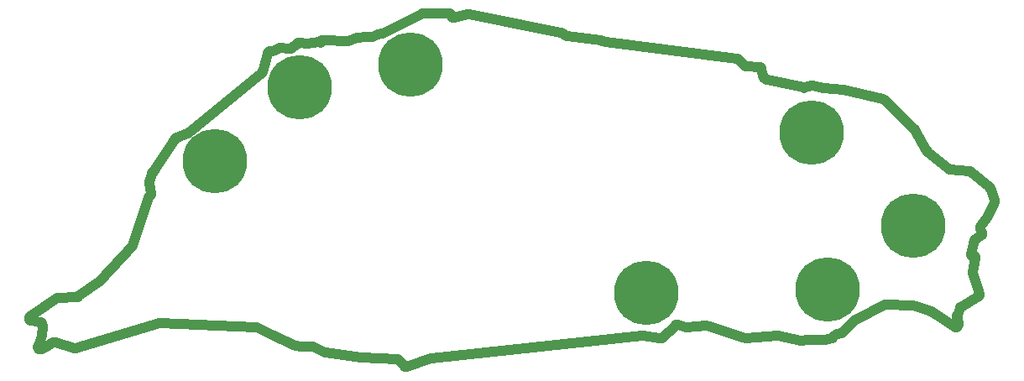
<source format=gtp>
G75*
%MOIN*%
%OFA0B0*%
%FSLAX25Y25*%
%IPPOS*%
%LPD*%
%AMOC8*
5,1,8,0,0,1.08239X$1,22.5*
%
%ADD10C,0.03937*%
%ADD11C,0.01600*%
%ADD12C,0.25591*%
D10*
X0010938Y0035616D02*
X0012395Y0036356D01*
X0015428Y0038243D01*
X0016238Y0038353D02*
X0023951Y0036090D01*
X0024515Y0036091D02*
X0057713Y0045895D01*
X0058038Y0045935D02*
X0095830Y0044378D01*
X0096227Y0044278D02*
X0102228Y0041358D01*
X0111809Y0036942D01*
X0112081Y0036861D02*
X0113708Y0036619D01*
X0118351Y0036707D01*
X0118819Y0036601D02*
X0123321Y0034334D01*
X0123629Y0034238D02*
X0137805Y0032210D01*
X0137908Y0032200D02*
X0151907Y0031666D01*
X0152600Y0031348D02*
X0154926Y0028854D01*
X0154927Y0028854D02*
X0154970Y0028811D01*
X0155015Y0028770D01*
X0155063Y0028732D01*
X0155113Y0028697D01*
X0155166Y0028666D01*
X0155220Y0028637D01*
X0155275Y0028612D01*
X0155333Y0028590D01*
X0155391Y0028572D01*
X0155450Y0028558D01*
X0155510Y0028547D01*
X0155571Y0028540D01*
X0155632Y0028536D01*
X0155693Y0028537D01*
X0155754Y0028541D01*
X0155815Y0028548D01*
X0155875Y0028560D01*
X0155934Y0028575D01*
X0155992Y0028593D01*
X0155992Y0028594D02*
X0165462Y0031949D01*
X0165688Y0032001D02*
X0249477Y0041090D01*
X0249763Y0041080D02*
X0256474Y0039869D01*
X0257327Y0040115D02*
X0262684Y0045024D01*
X0263656Y0045242D02*
X0266788Y0044269D01*
X0267172Y0044227D02*
X0274544Y0044867D01*
X0274927Y0044825D02*
X0290420Y0040022D01*
X0290801Y0039981D02*
X0302917Y0041015D01*
X0303214Y0040996D02*
X0312530Y0038973D01*
X0312727Y0038873D02*
X0314828Y0039139D01*
X0314942Y0039147D02*
X0321732Y0039221D01*
X0321986Y0039256D02*
X0324632Y0039981D01*
X0325128Y0040295D02*
X0325370Y0040578D01*
X0325512Y0040714D02*
X0326727Y0041670D01*
X0326726Y0041670D02*
X0326739Y0041640D01*
X0326755Y0041611D01*
X0326775Y0041585D01*
X0326797Y0041561D01*
X0326822Y0041539D01*
X0326849Y0041521D01*
X0326878Y0041506D01*
X0326909Y0041494D01*
X0326940Y0041486D01*
X0326973Y0041481D01*
X0327006Y0041480D01*
X0327038Y0041483D01*
X0327071Y0041490D01*
X0328395Y0041840D01*
X0328838Y0042091D02*
X0334083Y0047210D01*
X0334318Y0047380D02*
X0345641Y0053316D01*
X0346136Y0053430D02*
X0356666Y0053100D01*
X0356959Y0053046D02*
X0364414Y0050483D01*
X0364644Y0050370D02*
X0373362Y0044565D01*
X0373363Y0044565D02*
X0373415Y0044532D01*
X0373469Y0044503D01*
X0373524Y0044477D01*
X0373581Y0044455D01*
X0373639Y0044436D01*
X0373699Y0044421D01*
X0373759Y0044410D01*
X0373820Y0044402D01*
X0373881Y0044398D01*
X0373942Y0044397D01*
X0374003Y0044401D01*
X0374064Y0044408D01*
X0374124Y0044419D01*
X0374184Y0044433D01*
X0374242Y0044451D01*
X0374299Y0044473D01*
X0374355Y0044498D01*
X0374409Y0044527D01*
X0374462Y0044558D01*
X0374512Y0044593D01*
X0374560Y0044631D01*
X0374606Y0044672D01*
X0374649Y0044715D01*
X0374689Y0044761D01*
X0374727Y0044810D01*
X0374761Y0044861D01*
X0374792Y0044913D01*
X0374820Y0044968D01*
X0374845Y0045024D01*
X0374866Y0045081D01*
X0374883Y0045140D01*
X0374993Y0045555D01*
X0375008Y0046005D02*
X0374506Y0048562D01*
X0374546Y0049091D02*
X0375540Y0051873D01*
X0375963Y0052391D02*
X0382873Y0056592D01*
X0382924Y0056624D01*
X0382972Y0056660D01*
X0383018Y0056699D01*
X0383062Y0056740D01*
X0383103Y0056784D01*
X0383142Y0056830D01*
X0383178Y0056879D01*
X0383210Y0056929D01*
X0383240Y0056982D01*
X0383266Y0057036D01*
X0383289Y0057091D01*
X0383309Y0057148D01*
X0383325Y0057206D01*
X0383338Y0057265D01*
X0383347Y0057325D01*
X0383352Y0057385D01*
X0383354Y0057445D01*
X0383352Y0057505D01*
X0383347Y0057565D01*
X0383338Y0057624D01*
X0383325Y0057683D01*
X0383309Y0057741D01*
X0383309Y0057742D02*
X0380792Y0065888D01*
X0380763Y0066359D02*
X0381702Y0071624D01*
X0381701Y0071623D02*
X0381711Y0071686D01*
X0381716Y0071748D01*
X0381717Y0071811D01*
X0381714Y0071873D01*
X0381708Y0071936D01*
X0381697Y0071998D01*
X0381683Y0072059D01*
X0381665Y0072119D01*
X0381643Y0072177D01*
X0381617Y0072235D01*
X0381588Y0072290D01*
X0381555Y0072344D01*
X0381520Y0072395D01*
X0381481Y0072445D01*
X0381439Y0072491D01*
X0381394Y0072535D01*
X0381346Y0072576D01*
X0381296Y0072614D01*
X0381244Y0072649D01*
X0381190Y0072680D01*
X0381134Y0072708D01*
X0381076Y0072732D01*
X0381017Y0072753D01*
X0380956Y0072770D01*
X0380895Y0072783D01*
X0380833Y0072792D01*
X0380770Y0072798D01*
X0380708Y0072799D01*
X0380645Y0072796D01*
X0380583Y0072790D01*
X0380521Y0072780D01*
X0380521Y0072779D02*
X0380486Y0072774D01*
X0380450Y0072772D01*
X0380414Y0072774D01*
X0380378Y0072780D01*
X0380343Y0072789D01*
X0380309Y0072801D01*
X0380277Y0072817D01*
X0380246Y0072836D01*
X0380217Y0072858D01*
X0380191Y0072883D01*
X0380168Y0072911D01*
X0380147Y0072940D01*
X0380129Y0072972D01*
X0380115Y0073005D01*
X0380104Y0073039D01*
X0380096Y0073074D01*
X0380093Y0073110D01*
X0380092Y0073146D01*
X0380096Y0073182D01*
X0380103Y0073218D01*
X0381512Y0078872D01*
X0381920Y0079457D02*
X0383965Y0080846D01*
X0384015Y0080882D01*
X0384063Y0080922D01*
X0384109Y0080964D01*
X0384151Y0081010D01*
X0384191Y0081058D01*
X0384228Y0081108D01*
X0384262Y0081160D01*
X0384292Y0081215D01*
X0384319Y0081271D01*
X0384342Y0081329D01*
X0384361Y0081388D01*
X0384377Y0081448D01*
X0384389Y0081509D01*
X0384398Y0081571D01*
X0384402Y0081633D01*
X0384403Y0081695D01*
X0384399Y0081757D01*
X0384392Y0081819D01*
X0384381Y0081880D01*
X0384366Y0081941D01*
X0384348Y0082000D01*
X0384326Y0082058D01*
X0384300Y0082115D01*
X0383690Y0083353D01*
X0383665Y0083409D01*
X0383642Y0083467D01*
X0383624Y0083525D01*
X0383609Y0083585D01*
X0383598Y0083646D01*
X0383591Y0083707D01*
X0383587Y0083769D01*
X0383588Y0083830D01*
X0383592Y0083892D01*
X0383600Y0083953D01*
X0383611Y0084013D01*
X0383626Y0084073D01*
X0383645Y0084132D01*
X0383668Y0084189D01*
X0383694Y0084245D01*
X0383723Y0084299D01*
X0383756Y0084351D01*
X0383792Y0084401D01*
X0383792Y0084402D02*
X0386748Y0088278D01*
X0389425Y0094058D01*
X0389449Y0094843D02*
X0387598Y0099573D01*
X0387297Y0099985D02*
X0379945Y0105943D01*
X0379419Y0106160D02*
X0371652Y0106974D01*
X0371131Y0107188D02*
X0362749Y0113905D01*
X0362506Y0114189D02*
X0357684Y0122633D01*
X0357516Y0122850D02*
X0345598Y0134565D01*
X0345139Y0134822D02*
X0329479Y0138722D01*
X0329289Y0138750D02*
X0321570Y0139150D01*
X0321247Y0139222D02*
X0319932Y0139754D01*
X0317071Y0140226D01*
X0316643Y0140203D02*
X0314057Y0139492D01*
X0313573Y0139481D02*
X0298931Y0142758D01*
X0298575Y0142914D02*
X0297882Y0143400D01*
X0297493Y0143948D02*
X0296622Y0147036D01*
X0296621Y0147036D02*
X0296603Y0147094D01*
X0296582Y0147151D01*
X0296557Y0147206D01*
X0296528Y0147259D01*
X0296497Y0147311D01*
X0296462Y0147361D01*
X0296425Y0147408D01*
X0296384Y0147454D01*
X0296341Y0147496D01*
X0296296Y0147536D01*
X0296248Y0147573D01*
X0296198Y0147607D01*
X0296146Y0147639D01*
X0296092Y0147666D01*
X0296037Y0147691D01*
X0295980Y0147712D01*
X0295922Y0147730D01*
X0295863Y0147744D01*
X0295803Y0147755D01*
X0295743Y0147761D01*
X0295683Y0147765D01*
X0291046Y0147874D01*
X0290492Y0148057D02*
X0289356Y0148861D01*
X0287648Y0150674D01*
X0287050Y0150980D02*
X0234996Y0157775D01*
X0233808Y0158022D01*
X0233356Y0158114D01*
X0233111Y0158155D01*
X0219808Y0159840D01*
X0219463Y0159950D02*
X0217229Y0161142D01*
X0216957Y0161240D02*
X0180604Y0168610D01*
X0180174Y0168602D02*
X0174831Y0167331D01*
X0174832Y0167331D02*
X0174772Y0167319D01*
X0174711Y0167310D01*
X0174651Y0167305D01*
X0174590Y0167304D01*
X0174529Y0167307D01*
X0174468Y0167313D01*
X0174408Y0167323D01*
X0174349Y0167336D01*
X0174290Y0167353D01*
X0174233Y0167374D01*
X0174177Y0167398D01*
X0174122Y0167426D01*
X0174070Y0167456D01*
X0174019Y0167490D01*
X0173970Y0167527D01*
X0173924Y0167567D01*
X0173881Y0167609D01*
X0173840Y0167655D01*
X0173801Y0167702D01*
X0173766Y0167752D01*
X0173734Y0167804D01*
X0173705Y0167857D01*
X0173680Y0167913D01*
X0173658Y0167970D01*
X0173639Y0168028D01*
X0173639Y0168027D02*
X0173614Y0168114D01*
X0173613Y0168114D02*
X0173594Y0168173D01*
X0173572Y0168230D01*
X0173546Y0168286D01*
X0173517Y0168340D01*
X0173484Y0168392D01*
X0173449Y0168442D01*
X0173410Y0168490D01*
X0173369Y0168536D01*
X0173324Y0168578D01*
X0173278Y0168618D01*
X0173228Y0168655D01*
X0173177Y0168689D01*
X0173124Y0168720D01*
X0173069Y0168747D01*
X0173012Y0168771D01*
X0172954Y0168791D01*
X0172895Y0168808D01*
X0172835Y0168821D01*
X0172774Y0168831D01*
X0172713Y0168836D01*
X0172652Y0168838D01*
X0162111Y0168833D01*
X0161659Y0168725D02*
X0146351Y0160964D01*
X0145955Y0160858D02*
X0144207Y0160760D01*
X0142460Y0159653D01*
X0141901Y0159498D02*
X0140845Y0159522D01*
X0139613Y0159608D01*
X0136227Y0159336D01*
X0135930Y0159265D02*
X0132861Y0158014D01*
X0132429Y0157941D02*
X0122974Y0158455D01*
X0122177Y0158127D02*
X0121550Y0157432D01*
X0121193Y0157505D01*
X0120890Y0157519D02*
X0116351Y0157047D01*
X0113221Y0157191D01*
X0112639Y0157036D02*
X0111724Y0156454D01*
X0110759Y0155660D01*
X0110737Y0155642D02*
X0109907Y0154999D01*
X0109907Y0154998D02*
X0109904Y0154997D01*
X0109900Y0154997D01*
X0109901Y0154998D02*
X0109233Y0154928D01*
X0105362Y0155130D01*
X0104906Y0155046D02*
X0102773Y0154104D01*
X0102577Y0154041D02*
X0101480Y0153807D01*
X0101421Y0153793D01*
X0101364Y0153775D01*
X0101308Y0153754D01*
X0101253Y0153730D01*
X0101200Y0153702D01*
X0101149Y0153671D01*
X0101100Y0153638D01*
X0101052Y0153601D01*
X0101007Y0153561D01*
X0100965Y0153519D01*
X0100924Y0153475D01*
X0100887Y0153428D01*
X0100853Y0153379D01*
X0100821Y0153328D01*
X0100793Y0153275D01*
X0100768Y0153221D01*
X0100746Y0153165D01*
X0100728Y0153108D01*
X0098596Y0145773D01*
X0098270Y0145280D02*
X0069063Y0121311D01*
X0068767Y0121143D02*
X0064550Y0119627D01*
X0064058Y0119243D02*
X0054898Y0105600D01*
X0054764Y0105306D02*
X0053811Y0101814D01*
X0053792Y0101370D02*
X0054468Y0097687D01*
X0054201Y0096808D02*
X0053556Y0096147D01*
X0053322Y0095761D02*
X0047177Y0077080D01*
X0046965Y0076717D02*
X0034186Y0062741D01*
X0034022Y0062597D02*
X0025306Y0056490D01*
X0024781Y0056311D02*
X0017594Y0055963D01*
X0017087Y0055796D02*
X0006467Y0048693D01*
X0006417Y0048657D01*
X0006369Y0048618D01*
X0006323Y0048576D01*
X0006280Y0048531D01*
X0006240Y0048484D01*
X0006203Y0048435D01*
X0006169Y0048383D01*
X0006139Y0048329D01*
X0006111Y0048273D01*
X0006088Y0048216D01*
X0006068Y0048157D01*
X0006051Y0048098D01*
X0006038Y0048037D01*
X0006029Y0047976D01*
X0006024Y0047914D01*
X0006023Y0047852D01*
X0006026Y0047790D01*
X0006032Y0047729D01*
X0006042Y0047667D01*
X0006056Y0047607D01*
X0006074Y0047548D01*
X0006095Y0047490D01*
X0006120Y0047433D01*
X0006148Y0047378D01*
X0006180Y0047325D01*
X0006215Y0047273D01*
X0006253Y0047224D01*
X0006294Y0047178D01*
X0006337Y0047134D01*
X0006384Y0047093D01*
X0006433Y0047055D01*
X0006484Y0047020D01*
X0006537Y0046988D01*
X0006592Y0046960D01*
X0006649Y0046935D01*
X0006707Y0046913D01*
X0006766Y0046896D01*
X0006826Y0046882D01*
X0006887Y0046871D01*
X0010068Y0046436D01*
X0010126Y0046426D01*
X0010185Y0046413D01*
X0010242Y0046396D01*
X0010298Y0046376D01*
X0010353Y0046352D01*
X0010406Y0046325D01*
X0010458Y0046296D01*
X0010508Y0046263D01*
X0010555Y0046227D01*
X0010601Y0046188D01*
X0010644Y0046147D01*
X0010685Y0046103D01*
X0010723Y0046057D01*
X0010758Y0046009D01*
X0010790Y0045959D01*
X0010819Y0045907D01*
X0010845Y0045853D01*
X0010868Y0045798D01*
X0011232Y0044830D01*
X0011292Y0044375D02*
X0010967Y0041214D01*
X0010921Y0041002D02*
X0009536Y0036822D01*
X0009518Y0036762D01*
X0009504Y0036702D01*
X0009494Y0036640D01*
X0009488Y0036579D01*
X0009485Y0036517D01*
X0009486Y0036454D01*
X0009492Y0036393D01*
X0009501Y0036331D01*
X0009513Y0036270D01*
X0009530Y0036210D01*
X0009550Y0036152D01*
X0009574Y0036094D01*
X0009601Y0036039D01*
X0009632Y0035985D01*
X0009666Y0035933D01*
X0009704Y0035883D01*
X0009744Y0035836D01*
X0009787Y0035791D01*
X0009833Y0035749D01*
X0009881Y0035710D01*
X0009932Y0035674D01*
X0009985Y0035641D01*
X0010039Y0035612D01*
X0010096Y0035586D01*
X0010154Y0035564D01*
X0010213Y0035545D01*
X0010273Y0035530D01*
X0010334Y0035518D01*
X0010396Y0035511D01*
X0010458Y0035507D01*
X0010520Y0035508D01*
X0010582Y0035512D01*
X0010644Y0035520D01*
X0010705Y0035531D01*
X0010765Y0035547D01*
X0010824Y0035566D01*
X0010882Y0035589D01*
X0010938Y0035615D01*
X0015428Y0038243D02*
X0015480Y0038273D01*
X0015533Y0038300D01*
X0015589Y0038324D01*
X0015645Y0038344D01*
X0015703Y0038361D01*
X0015762Y0038375D01*
X0015821Y0038385D01*
X0015881Y0038391D01*
X0015941Y0038394D01*
X0016001Y0038393D01*
X0016061Y0038388D01*
X0016120Y0038380D01*
X0016179Y0038369D01*
X0016238Y0038354D01*
X0010921Y0041002D02*
X0010937Y0041054D01*
X0010950Y0041107D01*
X0010960Y0041161D01*
X0010967Y0041215D01*
X0011292Y0044376D02*
X0011296Y0044434D01*
X0011297Y0044491D01*
X0011294Y0044549D01*
X0011289Y0044607D01*
X0011280Y0044664D01*
X0011267Y0044720D01*
X0011252Y0044776D01*
X0011233Y0044831D01*
X0023950Y0036090D02*
X0024006Y0036076D01*
X0024062Y0036065D01*
X0024119Y0036056D01*
X0024176Y0036052D01*
X0024233Y0036050D01*
X0024290Y0036052D01*
X0024347Y0036057D01*
X0024404Y0036065D01*
X0024460Y0036076D01*
X0024515Y0036091D01*
X0057713Y0045895D02*
X0057766Y0045909D01*
X0057819Y0045920D01*
X0057873Y0045928D01*
X0057928Y0045934D01*
X0057982Y0045936D01*
X0058037Y0045935D01*
X0025306Y0056490D02*
X0025253Y0056456D01*
X0025199Y0056425D01*
X0025143Y0056397D01*
X0025085Y0056373D01*
X0025026Y0056353D01*
X0024966Y0056337D01*
X0024904Y0056324D01*
X0024843Y0056315D01*
X0024780Y0056310D01*
X0017595Y0055964D02*
X0017535Y0055959D01*
X0017475Y0055951D01*
X0017416Y0055939D01*
X0017358Y0055924D01*
X0017301Y0055905D01*
X0017245Y0055882D01*
X0017191Y0055857D01*
X0017138Y0055828D01*
X0017087Y0055796D01*
X0034022Y0062597D02*
X0034066Y0062630D01*
X0034108Y0062665D01*
X0034148Y0062702D01*
X0034186Y0062741D01*
X0046965Y0076717D02*
X0047004Y0076763D01*
X0047041Y0076811D01*
X0047075Y0076861D01*
X0047105Y0076913D01*
X0047132Y0076967D01*
X0047156Y0077023D01*
X0047177Y0077080D01*
X0053322Y0095761D02*
X0053341Y0095815D01*
X0053364Y0095867D01*
X0053389Y0095918D01*
X0053417Y0095968D01*
X0053448Y0096015D01*
X0053481Y0096061D01*
X0053517Y0096105D01*
X0053556Y0096147D01*
X0054201Y0096808D02*
X0054241Y0096852D01*
X0054279Y0096898D01*
X0054314Y0096946D01*
X0054346Y0096997D01*
X0054375Y0097049D01*
X0054400Y0097103D01*
X0054423Y0097158D01*
X0054442Y0097215D01*
X0054457Y0097272D01*
X0054470Y0097331D01*
X0054478Y0097390D01*
X0054483Y0097449D01*
X0054485Y0097509D01*
X0054483Y0097568D01*
X0054478Y0097628D01*
X0054469Y0097687D01*
X0053791Y0101370D02*
X0053783Y0101426D01*
X0053777Y0101481D01*
X0053775Y0101537D01*
X0053776Y0101593D01*
X0053780Y0101649D01*
X0053787Y0101705D01*
X0053797Y0101760D01*
X0053810Y0101814D01*
X0054764Y0105305D02*
X0054780Y0105357D01*
X0054798Y0105408D01*
X0054820Y0105458D01*
X0054843Y0105506D01*
X0054870Y0105554D01*
X0054899Y0105599D01*
X0064058Y0119243D02*
X0064091Y0119290D01*
X0064127Y0119335D01*
X0064166Y0119378D01*
X0064207Y0119418D01*
X0064251Y0119456D01*
X0064296Y0119492D01*
X0064343Y0119525D01*
X0064393Y0119555D01*
X0064444Y0119582D01*
X0064496Y0119606D01*
X0064550Y0119627D01*
X0068767Y0121143D02*
X0068820Y0121164D01*
X0068872Y0121188D01*
X0068923Y0121214D01*
X0068971Y0121244D01*
X0069018Y0121276D01*
X0069063Y0121311D01*
X0098270Y0145280D02*
X0098316Y0145319D01*
X0098358Y0145362D01*
X0098399Y0145406D01*
X0098436Y0145453D01*
X0098471Y0145502D01*
X0098502Y0145553D01*
X0098531Y0145606D01*
X0098556Y0145661D01*
X0098578Y0145717D01*
X0098596Y0145774D01*
X0102577Y0154041D02*
X0102627Y0154053D01*
X0102677Y0154068D01*
X0102725Y0154085D01*
X0102773Y0154104D01*
X0104906Y0155046D02*
X0104960Y0155068D01*
X0105015Y0155087D01*
X0105072Y0155102D01*
X0105129Y0155115D01*
X0105187Y0155123D01*
X0105245Y0155129D01*
X0105304Y0155131D01*
X0105362Y0155130D01*
X0110737Y0155643D02*
X0110759Y0155661D01*
X0112638Y0157036D02*
X0112691Y0157067D01*
X0112746Y0157095D01*
X0112802Y0157120D01*
X0112859Y0157141D01*
X0112918Y0157158D01*
X0112977Y0157172D01*
X0113038Y0157183D01*
X0113099Y0157189D01*
X0113160Y0157192D01*
X0113221Y0157191D01*
X0120890Y0157520D02*
X0120950Y0157524D01*
X0121011Y0157525D01*
X0121072Y0157522D01*
X0121132Y0157515D01*
X0121192Y0157505D01*
X0122177Y0158127D02*
X0122219Y0158170D01*
X0122262Y0158210D01*
X0122308Y0158248D01*
X0122356Y0158283D01*
X0122406Y0158315D01*
X0122458Y0158344D01*
X0122511Y0158370D01*
X0122566Y0158392D01*
X0122622Y0158412D01*
X0122680Y0158428D01*
X0122738Y0158440D01*
X0122796Y0158449D01*
X0122856Y0158455D01*
X0122915Y0158457D01*
X0122974Y0158456D01*
X0132430Y0157941D02*
X0132485Y0157940D01*
X0132540Y0157942D01*
X0132595Y0157946D01*
X0132650Y0157954D01*
X0132704Y0157964D01*
X0132757Y0157978D01*
X0132810Y0157995D01*
X0132862Y0158014D01*
X0135929Y0159266D02*
X0135987Y0159287D01*
X0136046Y0159305D01*
X0136105Y0159319D01*
X0136166Y0159330D01*
X0136227Y0159337D01*
X0141902Y0159498D02*
X0141961Y0159499D01*
X0142019Y0159502D01*
X0142078Y0159510D01*
X0142136Y0159520D01*
X0142193Y0159534D01*
X0142249Y0159552D01*
X0142304Y0159573D01*
X0142358Y0159596D01*
X0142410Y0159623D01*
X0142460Y0159653D01*
X0145955Y0160858D02*
X0146013Y0160863D01*
X0146072Y0160871D01*
X0146130Y0160883D01*
X0146187Y0160898D01*
X0146243Y0160917D01*
X0146298Y0160939D01*
X0146351Y0160964D01*
X0161659Y0168725D02*
X0161712Y0168750D01*
X0161766Y0168772D01*
X0161822Y0168790D01*
X0161878Y0168806D01*
X0161936Y0168818D01*
X0161994Y0168826D01*
X0162052Y0168831D01*
X0162111Y0168833D01*
X0180174Y0168603D02*
X0180235Y0168615D01*
X0180296Y0168624D01*
X0180358Y0168629D01*
X0180420Y0168630D01*
X0180482Y0168627D01*
X0180544Y0168620D01*
X0180605Y0168610D01*
X0216957Y0161240D02*
X0217013Y0161227D01*
X0217069Y0161210D01*
X0217123Y0161191D01*
X0217177Y0161168D01*
X0217229Y0161142D01*
X0219462Y0159950D02*
X0219517Y0159923D01*
X0219573Y0159899D01*
X0219630Y0159879D01*
X0219688Y0159862D01*
X0219747Y0159849D01*
X0219807Y0159840D01*
X0287049Y0150980D02*
X0287111Y0150970D01*
X0287172Y0150956D01*
X0287232Y0150938D01*
X0287290Y0150917D01*
X0287347Y0150892D01*
X0287403Y0150864D01*
X0287456Y0150832D01*
X0287508Y0150797D01*
X0287557Y0150759D01*
X0287604Y0150718D01*
X0287648Y0150674D01*
X0290491Y0148058D02*
X0290541Y0148025D01*
X0290592Y0147995D01*
X0290645Y0147968D01*
X0290699Y0147945D01*
X0290755Y0147925D01*
X0290812Y0147908D01*
X0290869Y0147894D01*
X0290927Y0147884D01*
X0290986Y0147877D01*
X0291045Y0147874D01*
X0297493Y0143948D02*
X0297511Y0143888D01*
X0297534Y0143830D01*
X0297560Y0143774D01*
X0297589Y0143719D01*
X0297622Y0143666D01*
X0297658Y0143615D01*
X0297697Y0143566D01*
X0297739Y0143521D01*
X0297784Y0143477D01*
X0297832Y0143437D01*
X0297882Y0143400D01*
X0298576Y0142915D02*
X0298622Y0142884D01*
X0298670Y0142856D01*
X0298720Y0142831D01*
X0298771Y0142808D01*
X0298823Y0142789D01*
X0298877Y0142772D01*
X0298931Y0142758D01*
X0313574Y0139480D02*
X0313634Y0139469D01*
X0313694Y0139461D01*
X0313755Y0139457D01*
X0313816Y0139456D01*
X0313877Y0139460D01*
X0313938Y0139467D01*
X0313998Y0139477D01*
X0314057Y0139492D01*
X0316643Y0140203D02*
X0316703Y0140218D01*
X0316764Y0140229D01*
X0316825Y0140236D01*
X0316886Y0140239D01*
X0316948Y0140238D01*
X0317010Y0140234D01*
X0317071Y0140226D01*
X0321247Y0139222D02*
X0321299Y0139203D01*
X0321352Y0139186D01*
X0321406Y0139173D01*
X0321460Y0139162D01*
X0321515Y0139155D01*
X0321570Y0139150D01*
X0329290Y0138751D02*
X0329338Y0138747D01*
X0329385Y0138741D01*
X0329433Y0138733D01*
X0329480Y0138722D01*
X0345139Y0134822D02*
X0345196Y0134806D01*
X0345252Y0134787D01*
X0345306Y0134764D01*
X0345360Y0134739D01*
X0345411Y0134710D01*
X0345461Y0134678D01*
X0345509Y0134643D01*
X0345555Y0134605D01*
X0345598Y0134565D01*
X0357516Y0122850D02*
X0357554Y0122811D01*
X0357590Y0122769D01*
X0357624Y0122725D01*
X0357655Y0122680D01*
X0357683Y0122633D01*
X0362507Y0114189D02*
X0362539Y0114136D01*
X0362576Y0114084D01*
X0362615Y0114035D01*
X0362657Y0113989D01*
X0362702Y0113945D01*
X0362750Y0113905D01*
X0371131Y0107188D02*
X0371176Y0107153D01*
X0371224Y0107121D01*
X0371273Y0107092D01*
X0371324Y0107066D01*
X0371376Y0107043D01*
X0371429Y0107023D01*
X0371484Y0107006D01*
X0371539Y0106992D01*
X0371595Y0106981D01*
X0371652Y0106973D01*
X0379419Y0106161D02*
X0379476Y0106153D01*
X0379533Y0106142D01*
X0379589Y0106128D01*
X0379644Y0106110D01*
X0379698Y0106090D01*
X0379750Y0106066D01*
X0379801Y0106040D01*
X0379851Y0106010D01*
X0379899Y0105978D01*
X0379945Y0105943D01*
X0387297Y0099985D02*
X0387340Y0099948D01*
X0387381Y0099908D01*
X0387420Y0099865D01*
X0387457Y0099821D01*
X0387491Y0099775D01*
X0387522Y0099727D01*
X0387550Y0099677D01*
X0387576Y0099625D01*
X0387598Y0099572D01*
X0389449Y0094842D02*
X0389470Y0094784D01*
X0389487Y0094724D01*
X0389501Y0094664D01*
X0389510Y0094602D01*
X0389516Y0094541D01*
X0389518Y0094479D01*
X0389516Y0094417D01*
X0389510Y0094355D01*
X0389501Y0094294D01*
X0389488Y0094233D01*
X0389470Y0094173D01*
X0389450Y0094115D01*
X0389425Y0094058D01*
X0381920Y0079457D02*
X0381871Y0079422D01*
X0381824Y0079383D01*
X0381779Y0079342D01*
X0381737Y0079298D01*
X0381698Y0079251D01*
X0381662Y0079202D01*
X0381629Y0079151D01*
X0381599Y0079098D01*
X0381572Y0079044D01*
X0381548Y0078988D01*
X0381528Y0078930D01*
X0381512Y0078872D01*
X0380763Y0066359D02*
X0380754Y0066300D01*
X0380749Y0066240D01*
X0380747Y0066181D01*
X0380749Y0066121D01*
X0380754Y0066062D01*
X0380763Y0066003D01*
X0380776Y0065945D01*
X0380792Y0065888D01*
X0375963Y0052390D02*
X0375911Y0052357D01*
X0375861Y0052320D01*
X0375814Y0052280D01*
X0375769Y0052237D01*
X0375727Y0052192D01*
X0375688Y0052144D01*
X0375652Y0052093D01*
X0375619Y0052041D01*
X0375589Y0051986D01*
X0375563Y0051930D01*
X0375540Y0051873D01*
X0374545Y0049091D02*
X0374527Y0049034D01*
X0374512Y0048976D01*
X0374500Y0048918D01*
X0374492Y0048858D01*
X0374488Y0048799D01*
X0374487Y0048739D01*
X0374490Y0048680D01*
X0374496Y0048620D01*
X0374506Y0048561D01*
X0375008Y0046005D02*
X0375018Y0045949D01*
X0375024Y0045892D01*
X0375027Y0045836D01*
X0375026Y0045779D01*
X0375023Y0045722D01*
X0375016Y0045666D01*
X0375006Y0045610D01*
X0374993Y0045555D01*
X0364643Y0050370D02*
X0364600Y0050398D01*
X0364555Y0050423D01*
X0364509Y0050445D01*
X0364462Y0050466D01*
X0364414Y0050484D01*
X0356959Y0053047D02*
X0356902Y0053064D01*
X0356844Y0053079D01*
X0356785Y0053090D01*
X0356725Y0053097D01*
X0356665Y0053101D01*
X0346136Y0053430D02*
X0346079Y0053430D01*
X0346022Y0053427D01*
X0345965Y0053420D01*
X0345909Y0053411D01*
X0345853Y0053398D01*
X0345799Y0053382D01*
X0345745Y0053363D01*
X0345692Y0053341D01*
X0345641Y0053316D01*
X0334318Y0047381D02*
X0334267Y0047352D01*
X0334218Y0047321D01*
X0334171Y0047287D01*
X0334126Y0047250D01*
X0334084Y0047211D01*
X0328838Y0042091D02*
X0328796Y0042053D01*
X0328752Y0042016D01*
X0328706Y0041983D01*
X0328658Y0041952D01*
X0328608Y0041923D01*
X0328557Y0041898D01*
X0328504Y0041876D01*
X0328450Y0041856D01*
X0328395Y0041840D01*
X0325512Y0040714D02*
X0325474Y0040683D01*
X0325438Y0040650D01*
X0325403Y0040615D01*
X0325370Y0040578D01*
X0325128Y0040295D02*
X0325088Y0040251D01*
X0325045Y0040209D01*
X0325000Y0040170D01*
X0324953Y0040134D01*
X0324903Y0040100D01*
X0324852Y0040070D01*
X0324799Y0040043D01*
X0324745Y0040019D01*
X0324689Y0039998D01*
X0324632Y0039980D01*
X0321985Y0039256D02*
X0321935Y0039244D01*
X0321885Y0039235D01*
X0321834Y0039227D01*
X0321783Y0039223D01*
X0321732Y0039221D01*
X0314942Y0039147D02*
X0314885Y0039145D01*
X0314828Y0039139D01*
X0312727Y0038874D02*
X0312698Y0038897D01*
X0312668Y0038918D01*
X0312635Y0038936D01*
X0312602Y0038951D01*
X0312567Y0038964D01*
X0312531Y0038973D01*
X0303214Y0040996D02*
X0303155Y0041007D01*
X0303096Y0041015D01*
X0303036Y0041018D01*
X0302977Y0041019D01*
X0302917Y0041015D01*
X0290801Y0039981D02*
X0290746Y0039977D01*
X0290691Y0039977D01*
X0290636Y0039980D01*
X0290581Y0039986D01*
X0290527Y0039995D01*
X0290473Y0040007D01*
X0290420Y0040022D01*
X0274927Y0044825D02*
X0274874Y0044840D01*
X0274820Y0044852D01*
X0274765Y0044861D01*
X0274710Y0044867D01*
X0274655Y0044870D01*
X0274600Y0044870D01*
X0274545Y0044866D01*
X0267171Y0044228D02*
X0267116Y0044224D01*
X0267061Y0044224D01*
X0267005Y0044227D01*
X0266950Y0044233D01*
X0266896Y0044242D01*
X0266842Y0044254D01*
X0266788Y0044269D01*
X0263656Y0045242D02*
X0263597Y0045258D01*
X0263537Y0045271D01*
X0263476Y0045280D01*
X0263415Y0045285D01*
X0263354Y0045287D01*
X0263292Y0045285D01*
X0263231Y0045279D01*
X0263171Y0045269D01*
X0263111Y0045256D01*
X0263052Y0045239D01*
X0262994Y0045218D01*
X0262938Y0045194D01*
X0262883Y0045166D01*
X0262830Y0045135D01*
X0262779Y0045101D01*
X0262730Y0045064D01*
X0262683Y0045024D01*
X0257327Y0040116D02*
X0257280Y0040076D01*
X0257231Y0040039D01*
X0257180Y0040005D01*
X0257127Y0039974D01*
X0257072Y0039946D01*
X0257016Y0039922D01*
X0256958Y0039901D01*
X0256899Y0039884D01*
X0256839Y0039871D01*
X0256779Y0039861D01*
X0256718Y0039855D01*
X0256656Y0039853D01*
X0256595Y0039855D01*
X0256534Y0039860D01*
X0256473Y0039869D01*
X0249763Y0041080D02*
X0249706Y0041089D01*
X0249649Y0041094D01*
X0249592Y0041096D01*
X0249534Y0041095D01*
X0249477Y0041090D01*
X0165688Y0032001D02*
X0165631Y0031993D01*
X0165574Y0031982D01*
X0165517Y0031967D01*
X0165462Y0031950D01*
X0152600Y0031348D02*
X0152558Y0031391D01*
X0152513Y0031431D01*
X0152466Y0031468D01*
X0152417Y0031503D01*
X0152365Y0031534D01*
X0152312Y0031562D01*
X0152258Y0031587D01*
X0152202Y0031609D01*
X0152144Y0031627D01*
X0152086Y0031642D01*
X0152027Y0031653D01*
X0151967Y0031661D01*
X0151907Y0031665D01*
X0137908Y0032201D02*
X0137856Y0032204D01*
X0137804Y0032210D01*
X0123629Y0034237D02*
X0123576Y0034246D01*
X0123523Y0034258D01*
X0123471Y0034273D01*
X0123420Y0034291D01*
X0123370Y0034311D01*
X0123321Y0034334D01*
X0118820Y0036601D02*
X0118765Y0036627D01*
X0118708Y0036649D01*
X0118651Y0036668D01*
X0118592Y0036683D01*
X0118532Y0036695D01*
X0118472Y0036703D01*
X0118412Y0036707D01*
X0118351Y0036708D01*
X0112080Y0036861D02*
X0112024Y0036871D01*
X0111969Y0036884D01*
X0111914Y0036900D01*
X0111861Y0036919D01*
X0111808Y0036942D01*
X0096227Y0044278D02*
X0096173Y0044302D01*
X0096118Y0044323D01*
X0096062Y0044341D01*
X0096005Y0044355D01*
X0095947Y0044366D01*
X0095889Y0044374D01*
X0095830Y0044378D01*
D11*
X0099926Y0151433D02*
X0099952Y0151562D01*
X0099981Y0151690D01*
X0100015Y0151817D01*
X0100052Y0151943D01*
X0100093Y0152068D01*
X0100138Y0152192D01*
X0100186Y0152315D01*
X0100238Y0152435D01*
X0100293Y0152555D01*
X0100352Y0152672D01*
X0100415Y0152788D01*
X0100481Y0152902D01*
X0100550Y0153014D01*
X0100623Y0153124D01*
X0100698Y0153231D01*
X0100777Y0153337D01*
X0100859Y0153439D01*
X0100944Y0153540D01*
X0101032Y0153638D01*
X0101123Y0153733D01*
X0101217Y0153825D01*
X0101313Y0153915D01*
X0101412Y0154002D01*
X0101514Y0154085D01*
X0101618Y0154166D01*
X0101724Y0154243D01*
X0101833Y0154318D01*
X0101943Y0154389D01*
X0102056Y0154457D01*
X0102171Y0154521D01*
X0102288Y0154582D01*
D12*
X0113428Y0139644D03*
X0157263Y0148595D03*
X0079780Y0110331D03*
X0251085Y0057836D03*
X0322950Y0059247D03*
X0356917Y0084517D03*
X0316758Y0121746D03*
M02*

</source>
